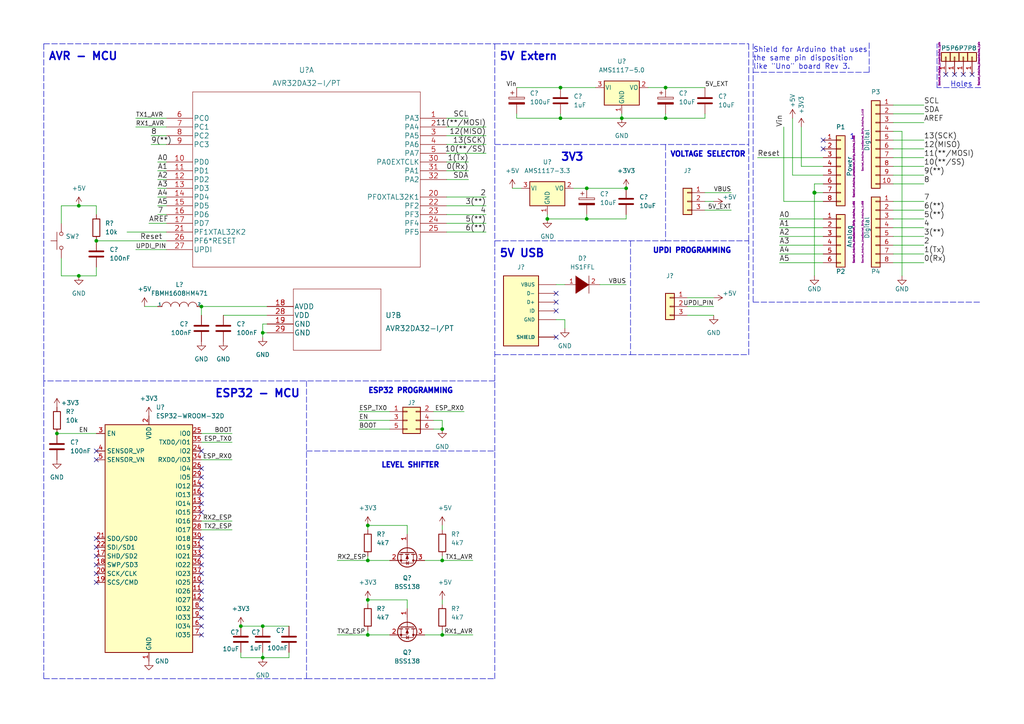
<source format=kicad_sch>
(kicad_sch (version 20211123) (generator eeschema)
  (paper "A4")
  (title_block (date "lun. 30 mars 2015"))
  (lib_symbols
    (symbol "AVR32DA32:AVR32DA32-I{slash}PT" (pin_names (offset 0.254))
      (property "Reference" "U" (at 40.64 12.7 0))
      (property "Value" "AVR32DA32-I{slash}PT" (at 40.64 10.16 0))
      (symbol "AVR32DA32-I{slash}PT_1_1"
        (pin bidirectional line (at 81.28 0 180) (length 7.62) (name "PA3") (number "1"))
        (pin bidirectional line (at 0 -12.7 0) (length 7.62) (name "PD0") (number "10"))
        (pin bidirectional line (at 0 -15.24 0) (length 7.62) (name "PD1") (number "11"))
        (pin bidirectional line (at 0 -17.78 0) (length 7.62) (name "PD2") (number "12"))
        (pin bidirectional line (at 0 -20.32 0) (length 7.62) (name "PD3") (number "13"))
        (pin bidirectional line (at 0 -22.86 0) (length 7.62) (name "PD4") (number "14"))
        (pin bidirectional line (at 0 -25.4 0) (length 7.62) (name "PD5") (number "15"))
        (pin bidirectional line (at 0 -27.94 0) (length 7.62) (name "PD6") (number "16"))
        (pin bidirectional line (at 0 -30.48 0) (length 7.62) (name "PD7") (number "17"))
        (pin bidirectional line (at 81.28 -2.54 180) (length 7.62) (name "PA4") (number "2"))
        (pin bidirectional line (at 81.28 -22.86 180) (length 7.62) (name "PF0XTAL32K1") (number "20"))
        (pin bidirectional line (at 0 -33.02 0) (length 7.62) (name "PF1XTAL32K2") (number "21"))
        (pin bidirectional line (at 81.28 -25.4 180) (length 7.62) (name "PF2") (number "22"))
        (pin bidirectional line (at 81.28 -27.94 180) (length 7.62) (name "PF3") (number "23"))
        (pin bidirectional line (at 81.28 -30.48 180) (length 7.62) (name "PF4") (number "24"))
        (pin bidirectional line (at 81.28 -33.02 180) (length 7.62) (name "PF5") (number "25"))
        (pin bidirectional line (at 0 -35.56 0) (length 7.62) (name "PF6*RESET") (number "26"))
        (pin unspecified line (at 0 -38.1 0) (length 7.62) (name "UPDI") (number "27"))
        (pin bidirectional line (at 81.28 -5.08 180) (length 7.62) (name "PA5") (number "3"))
        (pin bidirectional line (at 81.28 -12.7 180) (length 7.62) (name "PA0EXTCLK") (number "30"))
        (pin bidirectional line (at 81.28 -15.24 180) (length 7.62) (name "PA1") (number "31"))
        (pin bidirectional line (at 81.28 -17.78 180) (length 7.62) (name "PA2") (number "32"))
        (pin bidirectional line (at 81.28 -7.62 180) (length 7.62) (name "PA6") (number "4"))
        (pin bidirectional line (at 81.28 -10.16 180) (length 7.62) (name "PA7") (number "5"))
        (pin bidirectional line (at 0 0 0) (length 7.62) (name "PC0") (number "6"))
        (pin bidirectional line (at 0 -2.54 0) (length 7.62) (name "PC1") (number "7"))
        (pin bidirectional line (at 0 -5.08 0) (length 7.62) (name "PC2") (number "8"))
        (pin bidirectional line (at 0 -7.62 0) (length 7.62) (name "PC3") (number "9"))
      )
      (symbol "AVR32DA32-I{slash}PT_2_1"
        (pin power_in line (at 0 0 0) (length 7.62) (name "AVDD") (number "18"))
        (pin power_in line (at 0 -5.08 0) (length 7.62) (name "GND") (number "19"))
        (pin power_in line (at 0 -2.54 0) (length 7.62) (name "VDD") (number "28"))
        (pin power_in line (at 0 -7.62 0) (length 7.62) (name "GND") (number "29"))
      )
    )
    (symbol "Connector_Generic:Conn_01x01" (pin_names (offset 1.016) hide)
      (property "Reference" "J" (at 0 2.54 0))
      (property "Value" "Conn_01x01" (at 0 -2.54 0))
      (symbol "Conn_01x01_1_1"
        (pin passive line (at -5.08 0 0) (length 3.81) (name "Pin_1") (number "1"))
      )
    )
    (symbol "Connector_Generic:Conn_01x03" (pin_names (offset 1.016) hide)
      (property "Reference" "J" (at 0 5.08 0))
      (property "Value" "Conn_01x03" (at 0 -5.08 0))
      (symbol "Conn_01x03_1_1"
        (pin passive line (at -5.08 2.54 0) (length 3.81) (name "Pin_1") (number "1"))
        (pin passive line (at -5.08 0 0) (length 3.81) (name "Pin_2") (number "2"))
        (pin passive line (at -5.08 -2.54 0) (length 3.81) (name "Pin_3") (number "3"))
      )
    )
    (symbol "Connector_Generic:Conn_01x06" (pin_names (offset 1.016) hide)
      (property "Reference" "J" (at 0 7.62 0))
      (property "Value" "Conn_01x06" (at 0 -10.16 0))
      (symbol "Conn_01x06_1_1"
        (pin passive line (at -5.08 5.08 0) (length 3.81) (name "Pin_1") (number "1"))
        (pin passive line (at -5.08 2.54 0) (length 3.81) (name "Pin_2") (number "2"))
        (pin passive line (at -5.08 0 0) (length 3.81) (name "Pin_3") (number "3"))
        (pin passive line (at -5.08 -2.54 0) (length 3.81) (name "Pin_4") (number "4"))
        (pin passive line (at -5.08 -5.08 0) (length 3.81) (name "Pin_5") (number "5"))
        (pin passive line (at -5.08 -7.62 0) (length 3.81) (name "Pin_6") (number "6"))
      )
    )
    (symbol "Connector_Generic:Conn_01x08" (pin_names (offset 1.016) hide)
      (property "Reference" "J" (at 0 10.16 0))
      (property "Value" "Conn_01x08" (at 0 -12.7 0))
      (symbol "Conn_01x08_1_1"
        (pin passive line (at -5.08 7.62 0) (length 3.81) (name "Pin_1") (number "1"))
        (pin passive line (at -5.08 5.08 0) (length 3.81) (name "Pin_2") (number "2"))
        (pin passive line (at -5.08 2.54 0) (length 3.81) (name "Pin_3") (number "3"))
        (pin passive line (at -5.08 0 0) (length 3.81) (name "Pin_4") (number "4"))
        (pin passive line (at -5.08 -2.54 0) (length 3.81) (name "Pin_5") (number "5"))
        (pin passive line (at -5.08 -5.08 0) (length 3.81) (name "Pin_6") (number "6"))
        (pin passive line (at -5.08 -7.62 0) (length 3.81) (name "Pin_7") (number "7"))
        (pin passive line (at -5.08 -10.16 0) (length 3.81) (name "Pin_8") (number "8"))
      )
    )
    (symbol "Connector_Generic:Conn_01x10" (pin_names (offset 1.016) hide)
      (property "Reference" "J" (at 0 12.7 0))
      (property "Value" "Conn_01x10" (at 0 -15.24 0))
      (symbol "Conn_01x10_1_1"
        (pin passive line (at -5.08 10.16 0) (length 3.81) (name "Pin_1") (number "1"))
        (pin passive line (at -5.08 -12.7 0) (length 3.81) (name "Pin_10") (number "10"))
        (pin passive line (at -5.08 7.62 0) (length 3.81) (name "Pin_2") (number "2"))
        (pin passive line (at -5.08 5.08 0) (length 3.81) (name "Pin_3") (number "3"))
        (pin passive line (at -5.08 2.54 0) (length 3.81) (name "Pin_4") (number "4"))
        (pin passive line (at -5.08 0 0) (length 3.81) (name "Pin_5") (number "5"))
        (pin passive line (at -5.08 -2.54 0) (length 3.81) (name "Pin_6") (number "6"))
        (pin passive line (at -5.08 -5.08 0) (length 3.81) (name "Pin_7") (number "7"))
        (pin passive line (at -5.08 -7.62 0) (length 3.81) (name "Pin_8") (number "8"))
        (pin passive line (at -5.08 -10.16 0) (length 3.81) (name "Pin_9") (number "9"))
      )
    )
    (symbol "Connector_Generic:Conn_02x03_Odd_Even" (pin_names (offset 1.016) hide)
      (property "Reference" "J" (at 1.27 5.08 0))
      (property "Value" "Conn_02x03_Odd_Even" (at 1.27 -5.08 0))
      (symbol "Conn_02x03_Odd_Even_1_1"
        (pin passive line (at -5.08 2.54 0) (length 3.81) (name "Pin_1") (number "1"))
        (pin passive line (at 7.62 2.54 180) (length 3.81) (name "Pin_2") (number "2"))
        (pin passive line (at -5.08 0 0) (length 3.81) (name "Pin_3") (number "3"))
        (pin passive line (at 7.62 0 180) (length 3.81) (name "Pin_4") (number "4"))
        (pin passive line (at -5.08 -2.54 0) (length 3.81) (name "Pin_5") (number "5"))
        (pin passive line (at 7.62 -2.54 180) (length 3.81) (name "Pin_6") (number "6"))
      )
    )
    (symbol "Device:C" (pin_numbers hide) (pin_names (offset 0.254))
      (property "Reference" "C" (at 0.635 2.54 0))
      (property "Value" "C" (at 0.635 -2.54 0))
      (symbol "C_1_1"
        (pin passive line (at 0 3.81 270) (length 2.794) (name "~") (number "1"))
        (pin passive line (at 0 -3.81 90) (length 2.794) (name "~") (number "2"))
      )
    )
    (symbol "Device:C_Polarized" (pin_numbers hide) (pin_names (offset 0.254))
      (property "Reference" "C" (at 0.635 2.54 0))
      (property "Value" "C_Polarized" (at 0.635 -2.54 0))
      (symbol "C_Polarized_1_1"
        (pin passive line (at 0 3.81 270) (length 2.794) (name "~") (number "1"))
        (pin passive line (at 0 -3.81 90) (length 2.794) (name "~") (number "2"))
      )
    )
    (symbol "Device:R" (pin_numbers hide) (pin_names (offset 0))
      (property "Reference" "R" (at 2.032 0 90))
      (property "Value" "R" (at 0 0 90))
      (symbol "R_1_1"
        (pin passive line (at 0 3.81 270) (length 1.27) (name "~") (number "1"))
        (pin passive line (at 0 -3.81 90) (length 1.27) (name "~") (number "2"))
      )
    )
    (symbol "MicroUSB:USB3090-XX-X_REVE" (pin_numbers hide) (pin_names (offset 1.016))
      (property "Reference" "J" (at -5.08 10.6934 0))
      (property "Value" "USB3090-XX-X_REVE" (at -5.08 -12.7 0))
      (symbol "USB3090-XX-X_REVE_0_0"
        (pin power_in line (at -10.16 7.62 0) (length 5.08) (name "VBUS") (number "1"))
        (pin bidirectional line (at -10.16 5.08 0) (length 5.08) (name "D-") (number "2"))
        (pin bidirectional line (at -10.16 2.54 0) (length 5.08) (name "D+") (number "3"))
        (pin bidirectional line (at -10.16 0 0) (length 5.08) (name "ID") (number "4"))
        (pin power_in line (at -10.16 -2.54 0) (length 5.08) (name "GND") (number "5"))
        (pin power_in line (at -10.16 -7.62 0) (length 5.08) (name "SHIELD") (number "6"))
        (pin power_in line (at -10.16 -7.62 0) (length 5.08) (name "SHIELD") (number "7"))
        (pin power_in line (at -10.16 -7.62 0) (length 5.08) (name "SHIELD") (number "8"))
        (pin power_in line (at -10.16 -7.62 0) (length 5.08) (name "SHIELD") (number "9"))
      )
    )
    (symbol "RF_Module:ESP32-WROOM-32D"
      (property "Reference" "U" (at -12.7 34.29 0))
      (property "Value" "ESP32-WROOM-32D" (at 1.27 34.29 0))
      (symbol "ESP32-WROOM-32D_1_1"
        (pin power_in line (at 0 -35.56 90) (length 2.54) (name "GND") (number "1"))
        (pin bidirectional line (at 15.24 -12.7 180) (length 2.54) (name "IO25") (number "10"))
        (pin bidirectional line (at 15.24 -15.24 180) (length 2.54) (name "IO26") (number "11"))
        (pin bidirectional line (at 15.24 -17.78 180) (length 2.54) (name "IO27") (number "12"))
        (pin bidirectional line (at 15.24 10.16 180) (length 2.54) (name "IO14") (number "13"))
        (pin bidirectional line (at 15.24 15.24 180) (length 2.54) (name "IO12") (number "14"))
        (pin passive line (at 0 -35.56 90) (length 2.54) hide (name "GND") (number "15"))
        (pin bidirectional line (at 15.24 12.7 180) (length 2.54) (name "IO13") (number "16"))
        (pin bidirectional line (at -15.24 -5.08 0) (length 2.54) (name "SHD/SD2") (number "17"))
        (pin bidirectional line (at -15.24 -7.62 0) (length 2.54) (name "SWP/SD3") (number "18"))
        (pin bidirectional line (at -15.24 -12.7 0) (length 2.54) (name "SCS/CMD") (number "19"))
        (pin power_in line (at 0 35.56 270) (length 2.54) (name "VDD") (number "2"))
        (pin bidirectional line (at -15.24 -10.16 0) (length 2.54) (name "SCK/CLK") (number "20"))
        (pin bidirectional line (at -15.24 0 0) (length 2.54) (name "SDO/SD0") (number "21"))
        (pin bidirectional line (at -15.24 -2.54 0) (length 2.54) (name "SDI/SD1") (number "22"))
        (pin bidirectional line (at 15.24 7.62 180) (length 2.54) (name "IO15") (number "23"))
        (pin bidirectional line (at 15.24 25.4 180) (length 2.54) (name "IO2") (number "24"))
        (pin bidirectional line (at 15.24 30.48 180) (length 2.54) (name "IO0") (number "25"))
        (pin bidirectional line (at 15.24 20.32 180) (length 2.54) (name "IO4") (number "26"))
        (pin bidirectional line (at 15.24 5.08 180) (length 2.54) (name "IO16") (number "27"))
        (pin bidirectional line (at 15.24 2.54 180) (length 2.54) (name "IO17") (number "28"))
        (pin bidirectional line (at 15.24 17.78 180) (length 2.54) (name "IO5") (number "29"))
        (pin input line (at -15.24 30.48 0) (length 2.54) (name "EN") (number "3"))
        (pin bidirectional line (at 15.24 0 180) (length 2.54) (name "IO18") (number "30"))
        (pin bidirectional line (at 15.24 -2.54 180) (length 2.54) (name "IO19") (number "31"))
        (pin no_connect line (at -12.7 -27.94 0) (length 2.54) hide (name "NC") (number "32"))
        (pin bidirectional line (at 15.24 -5.08 180) (length 2.54) (name "IO21") (number "33"))
        (pin bidirectional line (at 15.24 22.86 180) (length 2.54) (name "RXD0/IO3") (number "34"))
        (pin bidirectional line (at 15.24 27.94 180) (length 2.54) (name "TXD0/IO1") (number "35"))
        (pin bidirectional line (at 15.24 -7.62 180) (length 2.54) (name "IO22") (number "36"))
        (pin bidirectional line (at 15.24 -10.16 180) (length 2.54) (name "IO23") (number "37"))
        (pin passive line (at 0 -35.56 90) (length 2.54) hide (name "GND") (number "38"))
        (pin passive line (at 0 -35.56 90) (length 2.54) hide (name "GND") (number "39"))
        (pin input line (at -15.24 25.4 0) (length 2.54) (name "SENSOR_VP") (number "4"))
        (pin input line (at -15.24 22.86 0) (length 2.54) (name "SENSOR_VN") (number "5"))
        (pin input line (at 15.24 -25.4 180) (length 2.54) (name "IO34") (number "6"))
        (pin input line (at 15.24 -27.94 180) (length 2.54) (name "IO35") (number "7"))
        (pin bidirectional line (at 15.24 -20.32 180) (length 2.54) (name "IO32") (number "8"))
        (pin bidirectional line (at 15.24 -22.86 180) (length 2.54) (name "IO33") (number "9"))
      )
    )
    (symbol "Regulator_Linear:AMS1117-3.3" (pin_names (offset 0.254))
      (property "Reference" "U" (at -3.81 3.175 0))
      (property "Value" "AMS1117-3.3" (at 0 3.175 0))
      (symbol "AMS1117-3.3_1_1"
        (pin power_in line (at 0 -7.62 90) (length 2.54) (name "GND") (number "1"))
        (pin power_out line (at 7.62 0 180) (length 2.54) (name "VO") (number "2"))
        (pin power_in line (at -7.62 0 0) (length 2.54) (name "VI") (number "3"))
      )
    )
    (symbol "Regulator_Linear:AMS1117-5.0" (pin_names (offset 0.254))
      (property "Reference" "U" (at -3.81 3.175 0))
      (property "Value" "AMS1117-5.0" (at 0 3.175 0))
      (symbol "AMS1117-5.0_1_1"
        (pin power_in line (at 0 -7.62 90) (length 2.54) (name "GND") (number "1"))
        (pin power_out line (at 7.62 0 180) (length 2.54) (name "VO") (number "2"))
        (pin power_in line (at -7.62 0 0) (length 2.54) (name "VI") (number "3"))
      )
    )
    (symbol "Switch:SW_Push" (pin_numbers hide) (pin_names (offset 1.016) hide)
      (property "Reference" "SW" (at 1.27 2.54 0))
      (property "Value" "SW_Push" (at 0 -1.524 0))
      (symbol "SW_Push_0_1"
        (pin passive line (at -5.08 0 0) (length 2.54) (name "1") (number "1"))
        (pin passive line (at 5.08 0 180) (length 2.54) (name "2") (number "2"))
      )
    )
    (symbol "Transistor_FET:BSS138" (pin_names hide)
      (property "Reference" "Q" (at 5.08 1.905 0))
      (property "Value" "BSS138" (at 5.08 0 0))
      (symbol "BSS138_1_1"
        (pin input line (at -5.08 0 0) (length 2.54) (name "G") (number "1"))
        (pin passive line (at 2.54 -5.08 90) (length 2.54) (name "S") (number "2"))
        (pin passive line (at 2.54 5.08 270) (length 2.54) (name "D") (number "3"))
      )
    )
    (symbol "power:+3.3V" (power) (pin_names (offset 0))
      (property "Value" "+3.3V" (at 0 3.556 0))
      (symbol "+3.3V_1_1"
        (pin power_in line (at 0 0 90) (length 0) hide (name "+3V3") (number "1"))
      )
    )
    (symbol "power:+3V3" (power) (pin_names (offset 0))
      (property "Value" "+3V3" (at 0 3.556 0))
      (symbol "+3V3_1_1"
        (pin power_in line (at 0 0 90) (length 0) hide (name "+3V3") (number "1"))
      )
    )
    (symbol "power:+5V" (power) (pin_names (offset 0))
      (property "Value" "+5V" (at 0 3.556 0))
      (symbol "+5V_1_1"
        (pin power_in line (at 0 0 90) (length 0) hide (name "+5V") (number "1"))
      )
    )
    (symbol "power:GND" (power) (pin_names (offset 0))
      (property "Value" "GND" (at 0 -3.81 0))
      (symbol "GND_1_1"
        (pin power_in line (at 0 0 270) (length 0) hide (name "GND") (number "1"))
      )
    )
    (symbol "pspice:DIODE" (pin_names (offset 1.016) hide)
      (property "Reference" "D" (at 0 3.81 0))
      (property "Value" "DIODE" (at 0 -4.445 0))
      (symbol "DIODE_1_1"
        (pin input line (at -5.08 0 0) (length 3.81) (name "K") (number "1"))
        (pin input line (at 5.08 0 180) (length 3.81) (name "A") (number "2"))
      )
    )
    (symbol "pspice:INDUCTOR" (pin_numbers hide) (pin_names (offset 0))
      (property "Reference" "L" (at 0 2.54 0))
      (property "Value" "INDUCTOR" (at 0 -1.27 0))
      (symbol "INDUCTOR_1_1"
        (pin input line (at -6.35 0 0) (length 1.27) (name "1") (number "1"))
        (pin input line (at 6.35 0 180) (length 1.27) (name "2") (number "2"))
      )
    )
  )
  (junction (at 181.61 54.61))
  (junction (at 170.18 54.61))
  (junction (at 162.56 34.29))
  (junction (at 106.68 184.15))
  (junction (at 128.27 184.15))
  (junction (at 180.34 34.29))
  (junction (at 76.2 181.61))
  (junction (at 128.27 162.56))
  (junction (at 162.56 25.4))
  (junction (at 69.85 181.61))
  (junction (at 106.68 162.56))
  (junction (at 193.04 25.4))
  (junction (at 193.04 34.29))
  (junction (at 106.68 173.99))
  (junction (at 76.2 190.754))
  (junction (at 22.86 80.01))
  (junction (at 158.75 63.5))
  (junction (at 27.94 69.85))
  (junction (at 106.68 152.4))
  (junction (at 236.22 55.88) (diameter 1.016))
  (junction (at 128.27 124.46))
  (junction (at 58.42 88.9))
  (junction (at 170.18 63.5))
  (junction (at 76.2 96.52))
  (junction (at 22.86 59.69))
  (junction (at 16.51 125.73))
  (no_connect (at 161.29 85.09))
  (no_connect (at 161.29 90.17))
  (no_connect (at 58.42 173.99))
  (no_connect (at 58.42 140.97))
  (no_connect (at 279.4 21.59))
  (no_connect (at 274.32 21.59))
  (no_connect (at 58.42 130.81))
  (no_connect (at 58.42 158.75))
  (no_connect (at 161.29 87.63))
  (no_connect (at 58.42 179.07))
  (no_connect (at 27.94 166.37))
  (no_connect (at 58.42 156.21))
  (no_connect (at 58.42 135.89))
  (no_connect (at 58.42 176.53))
  (no_connect (at 276.86 21.59))
  (no_connect (at 27.94 158.75))
  (no_connect (at 281.94 21.59))
  (no_connect (at 27.94 156.21))
  (no_connect (at 238.76 40.64))
  (no_connect (at 27.94 133.35))
  (no_connect (at 161.29 97.79))
  (no_connect (at 58.42 138.43))
  (no_connect (at 238.76 43.18))
  (no_connect (at 58.42 148.59))
  (no_connect (at 58.42 166.37))
  (no_connect (at 58.42 184.15))
  (no_connect (at 58.42 161.29))
  (no_connect (at 27.94 161.29))
  (no_connect (at 27.94 168.91))
  (no_connect (at 27.94 163.83))
  (no_connect (at 58.42 181.61))
  (no_connect (at 58.42 171.45))
  (no_connect (at 58.42 146.05))
  (no_connect (at 58.42 168.91))
  (no_connect (at 58.42 143.51))
  (no_connect (at 27.94 130.81))
  (no_connect (at 58.42 163.83))
  (wire (pts (xy 128.27 184.15) (xy 137.16 184.15)))
  (wire (pts (xy 129.54 59.69) (xy 140.97 59.69)))
  (polyline (pts (xy 143.51 130.81) (xy 143.51 110.49)))
  (wire (pts (xy 148.59 54.61) (xy 151.13 54.61)))
  (polyline (pts (xy 88.9 130.81) (xy 143.51 130.81)))
  (wire (pts (xy 238.76 48.26) (xy 232.41 48.26)))
  (wire (pts (xy 43.815 41.91) (xy 48.26 41.91)))
  (wire (pts (xy 238.76 71.12) (xy 226.06 71.12)))
  (wire (pts (xy 45.72 62.23) (xy 48.26 62.23)))
  (polyline (pts (xy 12.7 12.7) (xy 12.7 110.49)))
  (wire (pts (xy 129.54 46.99) (xy 135.89 46.99)))
  (polyline (pts (xy 193.04 69.85) (xy 217.17 69.85)))
  (wire (pts (xy 158.75 62.23) (xy 158.75 63.5)))
  (polyline (pts (xy 252.095 20.955) (xy 252.095 12.065)) (stroke (width 0) (type dash)))
  (wire (pts (xy 193.04 34.29) (xy 193.04 33.02)))
  (wire (pts (xy 76.2 190.754) (xy 83.82 190.754)))
  (wire (pts (xy 259.08 63.5) (xy 267.97 63.5)))
  (wire (pts (xy 129.54 36.83) (xy 140.97 36.83)))
  (polyline (pts (xy 193.04 41.91) (xy 193.04 69.85)))
  (polyline (pts (xy 217.17 12.7) (xy 217.17 41.91)))
  (wire (pts (xy 97.79 162.56) (xy 106.68 162.56)))
  (wire (pts (xy 106.68 184.15) (xy 106.68 182.88)))
  (wire (pts (xy 22.86 59.69) (xy 27.94 59.69)))
  (wire (pts (xy 64.77 91.44) (xy 77.47 91.44)))
  (wire (pts (xy 166.37 54.61) (xy 170.18 54.61)))
  (wire (pts (xy 17.78 80.01) (xy 22.86 80.01)))
  (wire (pts (xy 149.86 33.02) (xy 149.86 34.29)))
  (wire (pts (xy 43.18 64.77) (xy 48.26 64.77)))
  (wire (pts (xy 58.42 88.9) (xy 58.42 91.44)))
  (wire (pts (xy 27.94 80.01) (xy 27.94 77.47)))
  (wire (pts (xy 128.27 173.99) (xy 128.27 175.26)))
  (wire (pts (xy 236.22 53.34) (xy 236.22 55.88)))
  (wire (pts (xy 180.34 34.29) (xy 180.34 33.02)))
  (wire (pts (xy 128.27 184.15) (xy 128.27 182.88)))
  (wire (pts (xy 193.04 34.29) (xy 204.47 34.29)))
  (polyline (pts (xy 182.88 102.87) (xy 217.17 102.87)))
  (wire (pts (xy 259.08 43.18) (xy 267.97 43.18)))
  (wire (pts (xy 261.62 38.1) (xy 261.62 80.01)))
  (wire (pts (xy 238.76 53.34) (xy 236.22 53.34)))
  (wire (pts (xy 83.82 190.754) (xy 83.82 189.23)))
  (wire (pts (xy 45.72 46.99) (xy 48.26 46.99)))
  (wire (pts (xy 129.54 52.07) (xy 135.89 52.07)))
  (wire (pts (xy 129.54 44.45) (xy 140.97 44.45)))
  (polyline (pts (xy 12.7 110.49) (xy 12.7 196.85)))
  (wire (pts (xy 106.68 152.4) (xy 118.11 152.4)))
  (wire (pts (xy 259.08 53.34) (xy 267.97 53.34)))
  (wire (pts (xy 48.26 34.29) (xy 39.37 34.29)))
  (wire (pts (xy 238.76 50.8) (xy 229.87 50.8)))
  (wire (pts (xy 69.85 190.754) (xy 76.2 190.754)))
  (wire (pts (xy 58.42 133.35) (xy 67.31 133.35)))
  (wire (pts (xy 45.72 49.53) (xy 48.26 49.53)))
  (wire (pts (xy 259.08 40.64) (xy 267.97 40.64)))
  (wire (pts (xy 162.56 34.29) (xy 180.34 34.29)))
  (wire (pts (xy 17.78 74.93) (xy 17.78 80.01)))
  (polyline (pts (xy 143.51 102.87) (xy 182.88 102.87)))
  (wire (pts (xy 162.56 34.29) (xy 162.56 33.02)))
  (wire (pts (xy 17.78 59.69) (xy 22.86 59.69)))
  (wire (pts (xy 259.08 58.42) (xy 267.97 58.42)))
  (wire (pts (xy 238.76 66.04) (xy 226.06 66.04)))
  (polyline (pts (xy 12.7 196.85) (xy 88.9 196.85)))
  (wire (pts (xy 204.47 58.42) (xy 207.01 58.42)))
  (wire (pts (xy 259.08 30.48) (xy 267.97 30.48)))
  (wire (pts (xy 106.68 162.56) (xy 113.03 162.56)))
  (wire (pts (xy 118.11 173.99) (xy 118.11 176.53)))
  (polyline (pts (xy 217.17 102.87) (xy 217.17 69.85)))
  (wire (pts (xy 128.27 162.56) (xy 128.27 161.29)))
  (wire (pts (xy 259.08 71.12) (xy 267.97 71.12)))
  (wire (pts (xy 161.29 92.71) (xy 163.83 92.71)))
  (wire (pts (xy 48.26 36.83) (xy 39.37 36.83)))
  (wire (pts (xy 76.2 93.98) (xy 76.2 96.52)))
  (wire (pts (xy 238.76 58.42) (xy 227.33 58.42)))
  (wire (pts (xy 163.83 92.71) (xy 163.83 95.25)))
  (wire (pts (xy 17.78 64.77) (xy 17.78 59.69)))
  (wire (pts (xy 204.47 34.29) (xy 204.47 33.02)))
  (wire (pts (xy 187.96 25.4) (xy 193.04 25.4)))
  (wire (pts (xy 106.68 162.56) (xy 106.68 161.29)))
  (wire (pts (xy 76.2 96.52) (xy 77.47 96.52)))
  (wire (pts (xy 193.04 25.4) (xy 204.47 25.4)))
  (wire (pts (xy 129.54 41.91) (xy 140.97 41.91)))
  (wire (pts (xy 16.51 125.73) (xy 27.94 125.73)))
  (wire (pts (xy 173.99 82.55) (xy 181.61 82.55)))
  (wire (pts (xy 69.85 181.61) (xy 76.2 181.61)))
  (wire (pts (xy 238.76 63.5) (xy 226.06 63.5)))
  (wire (pts (xy 43.815 39.37) (xy 48.26 39.37)))
  (wire (pts (xy 58.42 153.67) (xy 67.31 153.67)))
  (wire (pts (xy 199.39 88.9) (xy 207.01 88.9)))
  (wire (pts (xy 125.73 121.92) (xy 128.27 121.92)))
  (wire (pts (xy 129.54 39.37) (xy 140.97 39.37)))
  (polyline (pts (xy 88.9 196.85) (xy 143.51 196.85)))
  (wire (pts (xy 76.2 96.52) (xy 76.2 97.79)))
  (wire (pts (xy 77.47 93.98) (xy 76.2 93.98)))
  (wire (pts (xy 259.08 45.72) (xy 267.97 45.72)))
  (wire (pts (xy 238.76 73.66) (xy 226.06 73.66)))
  (wire (pts (xy 128.27 162.56) (xy 137.16 162.56)))
  (wire (pts (xy 199.39 91.44) (xy 207.01 91.44)))
  (polyline (pts (xy 284.48 25.4) (xy 271.78 25.4)) (stroke (width 0) (type dash)))
  (wire (pts (xy 149.86 25.4) (xy 162.56 25.4)))
  (wire (pts (xy 238.76 45.72) (xy 219.71 45.72)))
  (wire (pts (xy 259.08 38.1) (xy 261.62 38.1)))
  (polyline (pts (xy 143.51 196.85) (xy 143.51 130.81)))
  (wire (pts (xy 238.76 55.88) (xy 236.22 55.88)))
  (wire (pts (xy 22.86 80.01) (xy 27.94 80.01)))
  (wire (pts (xy 128.27 121.92) (xy 128.27 124.46)))
  (wire (pts (xy 259.08 50.8) (xy 267.97 50.8)))
  (wire (pts (xy 129.54 64.77) (xy 140.97 64.77)))
  (polyline (pts (xy 182.88 69.85) (xy 182.88 102.87)))
  (wire (pts (xy 180.34 34.29) (xy 193.04 34.29)))
  (wire (pts (xy 118.11 152.4) (xy 118.11 154.94)))
  (wire (pts (xy 161.29 82.55) (xy 163.83 82.55)))
  (wire (pts (xy 236.22 55.88) (xy 236.22 80.01)))
  (wire (pts (xy 128.27 152.4) (xy 128.27 153.67)))
  (wire (pts (xy 129.54 67.31) (xy 140.97 67.31)))
  (wire (pts (xy 227.33 58.42) (xy 227.33 36.83)))
  (wire (pts (xy 104.14 121.92) (xy 113.03 121.92)))
  (wire (pts (xy 129.54 62.23) (xy 140.97 62.23)))
  (wire (pts (xy 123.19 162.56) (xy 128.27 162.56)))
  (polyline (pts (xy 218.44 87.63) (xy 284.48 87.63)) (stroke (width 0) (type dash)))
  (wire (pts (xy 104.14 119.38) (xy 113.03 119.38)))
  (wire (pts (xy 259.08 68.58) (xy 267.97 68.58)))
  (wire (pts (xy 27.94 69.85) (xy 48.26 69.85)))
  (wire (pts (xy 45.72 57.15) (xy 48.26 57.15)))
  (wire (pts (xy 238.76 76.2) (xy 226.06 76.2)))
  (polyline (pts (xy 12.7 12.7) (xy 143.51 12.7)))
  (wire (pts (xy 162.56 25.4) (xy 172.72 25.4)))
  (wire (pts (xy 69.85 189.23) (xy 69.85 190.754)))
  (polyline (pts (xy 143.51 69.85) (xy 193.04 69.85)))
  (wire (pts (xy 129.54 49.53) (xy 135.89 49.53)))
  (wire (pts (xy 106.68 153.67) (xy 106.68 152.4)))
  (wire (pts (xy 259.08 73.66) (xy 267.97 73.66)))
  (wire (pts (xy 27.94 59.69) (xy 27.94 62.23)))
  (wire (pts (xy 149.86 34.29) (xy 162.56 34.29)))
  (wire (pts (xy 106.68 173.99) (xy 118.11 173.99)))
  (polyline (pts (xy 271.78 25.4) (xy 271.78 12.7)) (stroke (width 0) (type dash)))
  (wire (pts (xy 36.83 67.31) (xy 48.26 67.31)))
  (wire (pts (xy 259.08 60.96) (xy 267.97 60.96)))
  (wire (pts (xy 41.91 88.9) (xy 45.72 88.9)))
  (wire (pts (xy 76.2 190.754) (xy 76.2 189.23)))
  (wire (pts (xy 58.42 128.27) (xy 67.31 128.27)))
  (wire (pts (xy 199.39 86.36) (xy 207.01 86.36)))
  (wire (pts (xy 170.18 54.61) (xy 181.61 54.61)))
  (wire (pts (xy 123.19 184.15) (xy 128.27 184.15)))
  (wire (pts (xy 229.87 50.8) (xy 229.87 34.29)))
  (wire (pts (xy 106.68 175.26) (xy 106.68 173.99)))
  (wire (pts (xy 128.27 124.46) (xy 125.73 124.46)))
  (wire (pts (xy 39.37 72.39) (xy 48.26 72.39)))
  (wire (pts (xy 125.73 119.38) (xy 134.62 119.38)))
  (wire (pts (xy 45.72 59.69) (xy 48.26 59.69)))
  (polyline (pts (xy 143.51 41.91) (xy 217.17 41.91)))
  (wire (pts (xy 259.08 33.02) (xy 267.97 33.02)))
  (wire (pts (xy 45.72 52.07) (xy 48.26 52.07)))
  (wire (pts (xy 259.08 66.04) (xy 267.97 66.04)))
  (wire (pts (xy 259.08 35.56) (xy 267.97 35.56)))
  (wire (pts (xy 129.54 34.29) (xy 135.89 34.29)))
  (wire (pts (xy 204.47 60.96) (xy 212.09 60.96)))
  (wire (pts (xy 104.14 124.46) (xy 113.03 124.46)))
  (polyline (pts (xy 218.44 12.7) (xy 218.44 87.63)) (stroke (width 0) (type dash)))
  (wire (pts (xy 45.72 54.61) (xy 48.26 54.61)))
  (wire (pts (xy 181.61 63.5) (xy 181.61 62.23)))
  (wire (pts (xy 232.41 48.26) (xy 232.41 36.83)))
  (wire (pts (xy 76.2 181.61) (xy 83.82 181.61)))
  (wire (pts (xy 129.54 57.15) (xy 140.97 57.15)))
  (wire (pts (xy 170.18 63.5) (xy 170.18 62.23)))
  (wire (pts (xy 259.08 76.2) (xy 267.97 76.2)))
  (wire (pts (xy 259.08 48.26) (xy 267.97 48.26)))
  (wire (pts (xy 97.79 184.15) (xy 106.68 184.15)))
  (wire (pts (xy 106.68 184.15) (xy 113.03 184.15)))
  (wire (pts (xy 58.42 151.13) (xy 67.31 151.13)))
  (wire (pts (xy 77.47 88.9) (xy 58.42 88.9)))
  (polyline (pts (xy 143.51 110.49) (xy 12.7 110.49)))
  (wire (pts (xy 58.42 125.73) (xy 67.31 125.73)))
  (wire (pts (xy 170.18 63.5) (xy 181.61 63.5)))
  (polyline (pts (xy 88.9 110.49) (xy 88.9 196.85)))
  (polyline (pts (xy 143.51 12.7) (xy 217.17 12.7)))
  (wire (pts (xy 158.75 63.5) (xy 170.18 63.5)))
  (wire (pts (xy 238.76 68.58) (xy 226.06 68.58)))
  (polyline (pts (xy 143.51 12.7) (xy 143.51 110.49)))
  (polyline (pts (xy 217.17 69.85) (xy 217.17 41.91)))
  (polyline (pts (xy 218.44 20.955) (xy 252.095 20.955)) (stroke (width 0) (type dash)))
  (wire (pts (xy 204.47 55.88) (xy 212.09 55.88)))
  (text "AVR - MCU" (at 13.97 17.78 0) (effects (font (size 2.27 2.27) (thickness 0.454) bold) (justify left bottom)))
  (text "ESP32 PROGRAMMING" (at 106.68 114.3 0) (effects (font (size 1.5 1.5) (thickness 0.454) bold) (justify left bottom)))
  (text "3V3" (at 162.56 46.99 0) (effects (font (size 2.27 2.27) (thickness 0.454) bold) (justify left bottom)))
  (text "UPDI PROGRAMMING" (at 189.23 73.66 0) (effects (font (size 1.5 1.5) (thickness 0.454) bold) (justify left bottom)))
  (text "5V Extern" (at 144.78 17.78 0) (effects (font (size 2.27 2.27) (thickness 0.454) bold) (justify left bottom)))
  (text "LEVEL SHIFTER" (at 110.49 135.89 0) (effects (font (size 1.5 1.5) (thickness 0.454) bold) (justify left bottom)))
  (text "ESP32 - MCU" (at 62.23 115.57 0) (effects (font (size 2.27 2.27) (thickness 0.454) bold) (justify left bottom)))
  (text "Holes" (at 275.59 25.4 0) (effects (font (size 1.524 1.524)) (justify left bottom)))
  (text "Shield for Arduino that uses\nthe same pin disposition\nlike \"Uno\" board Rev 3." (at 218.44 20.32 0) (effects (font (size 1.524 1.524)) (justify left bottom)))
  (text "5V USB\n" (at 144.78 74.93 0) (effects (font (size 2.27 2.27) (thickness 0.454) bold) (justify left bottom)))
  (text "VOLTAGE SELECTOR" (at 194.31 45.72 0) (effects (font (size 1.5 1.5) (thickness 0.454) bold) (justify left bottom)))
  (text "1" (at 246.38 40.64 0) (effects (font (size 1.524 1.524)) (justify left bottom)))
  (label "9(**)" (at 43.815 41.91 0) (effects (font (size 1.524 1.524))))
  (label "EN" (at 22.86 125.73 0))
  (label "10(**/SS)" (at 140.97 44.45 180) (effects (font (size 1.524 1.524))))
  (label "Vin" (at 227.33 36.83 90) (effects (font (size 1.524 1.524))))
  (label "SDA" (at 135.89 52.07 180) (effects (font (size 1.524 1.524))))
  (label "13(SCK)" (at 140.97 41.91 180) (effects (font (size 1.524 1.524))))
  (label "TX1_AVR" (at 39.37 34.29 0))
  (label "BOOT" (at 67.31 125.73 180))
  (label "6(**)" (at 140.97 67.31 180) (effects (font (size 1.524 1.524))))
  (label "0(Rx)" (at 267.97 76.2 0) (effects (font (size 1.524 1.524))))
  (label "A4" (at 226.06 73.66 0) (effects (font (size 1.524 1.524))))
  (label "0(Rx)" (at 135.89 49.53 180) (effects (font (size 1.524 1.524))))
  (label "Vin" (at 149.86 25.4 180))
  (label "A3" (at 45.72 54.61 0) (effects (font (size 1.524 1.524))))
  (label "1(Tx)" (at 135.89 46.99 180) (effects (font (size 1.524 1.524))))
  (label "11(**/MOSI)" (at 140.97 36.83 180) (effects (font (size 1.524 1.524))))
  (label "4" (at 267.97 66.04 0) (effects (font (size 1.524 1.524))))
  (label "RX1_AVR" (at 39.37 36.83 0))
  (label "A0" (at 45.72 46.99 0) (effects (font (size 1.524 1.524))))
  (label "TX2_ESP" (at 67.31 153.67 180))
  (label "5(**)" (at 267.97 63.5 0) (effects (font (size 1.524 1.524))))
  (label "A2" (at 226.06 68.58 0) (effects (font (size 1.524 1.524))))
  (label "UPDI_PIN" (at 207.01 88.9 180))
  (label "A5" (at 226.06 76.2 0) (effects (font (size 1.524 1.524))))
  (label "RX2_ESP" (at 67.31 151.13 180))
  (label "A0" (at 226.06 63.5 0) (effects (font (size 1.524 1.524))))
  (label "2" (at 140.97 57.15 180) (effects (font (size 1.524 1.524))))
  (label "3(**)" (at 140.97 59.69 180) (effects (font (size 1.524 1.524))))
  (label "5V_EXT" (at 212.09 60.96 180))
  (label "A1" (at 226.06 66.04 0) (effects (font (size 1.524 1.524))))
  (label "ESP_RX0" (at 67.31 133.35 180))
  (label "10(**/SS)" (at 267.97 48.26 0) (effects (font (size 1.524 1.524))))
  (label "RX1_AVR" (at 137.16 184.15 180))
  (label "VBUS" (at 212.09 55.88 180))
  (label "13(SCK)" (at 267.97 40.64 0) (effects (font (size 1.524 1.524))))
  (label "EN" (at 104.14 121.92 0))
  (label "A2" (at 45.72 52.07 0) (effects (font (size 1.524 1.524))))
  (label "A5" (at 45.72 59.69 0) (effects (font (size 1.524 1.524))))
  (label "A1" (at 45.72 49.53 0) (effects (font (size 1.524 1.524))))
  (label "4" (at 140.97 62.23 180) (effects (font (size 1.524 1.524))))
  (label "12(MISO)" (at 140.97 39.37 180) (effects (font (size 1.524 1.524))))
  (label "BOOT" (at 104.14 124.46 0))
  (label "7" (at 267.97 58.42 0) (effects (font (size 1.524 1.524))))
  (label "ESP_TX0" (at 104.14 119.38 0))
  (label "SDA" (at 267.97 33.02 0) (effects (font (size 1.524 1.524))))
  (label "VBUS" (at 181.61 82.55 180))
  (label "5(**)" (at 140.97 64.77 180) (effects (font (size 1.524 1.524))))
  (label "A3" (at 226.06 71.12 0) (effects (font (size 1.524 1.524))))
  (label "Reset" (at 219.71 45.72 0) (effects (font (size 1.524 1.524))))
  (label "2" (at 267.97 71.12 0) (effects (font (size 1.524 1.524))))
  (label "12(MISO)" (at 267.97 43.18 0) (effects (font (size 1.524 1.524))))
  (label "ESP_TX0" (at 67.31 128.27 180))
  (label "3(**)" (at 267.97 68.58 0) (effects (font (size 1.524 1.524))))
  (label "RX2_ESP" (at 97.79 162.56 0))
  (label "SCL" (at 135.89 34.29 180) (effects (font (size 1.524 1.524))))
  (label "8" (at 43.815 39.37 0) (effects (font (size 1.524 1.524))))
  (label "5V_EXT" (at 204.47 25.4 0))
  (label "9(**)" (at 267.97 50.8 0) (effects (font (size 1.524 1.524))))
  (label "Reset" (at 40.64 69.85 0) (effects (font (size 1.524 1.524))))
  (label "TX2_ESP" (at 97.79 184.15 0))
  (label "8" (at 267.97 53.34 0) (effects (font (size 1.524 1.524))))
  (label "A4" (at 45.72 57.15 0) (effects (font (size 1.524 1.524))))
  (label "UPDI_PIN" (at 39.37 72.39 0))
  (label "SCL" (at 267.97 30.48 0) (effects (font (size 1.524 1.524))))
  (label "TX1_AVR" (at 137.16 162.56 180))
  (label "7" (at 45.72 62.23 0) (effects (font (size 1.524 1.524))))
  (label "AREF" (at 267.97 35.56 0) (effects (font (size 1.524 1.524))))
  (label "AREF" (at 43.18 64.77 0) (effects (font (size 1.524 1.524))))
  (label "11(**/MOSI)" (at 267.97 45.72 0) (effects (font (size 1.524 1.524))))
  (label "1(Tx)" (at 267.97 73.66 0) (effects (font (size 1.524 1.524))))
  (label "6(**)" (at 267.97 60.96 0) (effects (font (size 1.524 1.524))))
  (label "ESP_RX0" (at 134.62 119.38 180))
  (symbol (lib_id "Connector_Generic:Conn_01x08") (at 243.84 48.26 0) (unit 1)
    (property "Reference" "P1" (at 243.84 36.83 0))
    (property "Value" "Power" (at 246.38 48.26 90))
    (property "Footprint" "Socket_Arduino_Uno:Socket_Strip_Arduino_1x08" (at 247.65 48.26 90) (effects (font (size 0.508 0.508))))
  )
  (symbol (lib_id "power:+3.3V") (at 232.41 36.83 0) (unit 1)
    (property "Reference" "#PWR01" (effects hide))
    (property "Value" "+3.3V" (at 232.41 30.48 90))
  )
  (symbol (lib_id "power:+5V") (at 229.87 34.29 0) (unit 1)
    (property "Reference" "#PWR02" (effects hide))
    (property "Value" "+5V" (at 229.87 29.21 90))
  )
  (symbol (lib_id "power:GND") (at 236.22 80.01 0) (unit 1)
    (property "Reference" "#PWR03" (effects hide))
    (property "Value" "GND" (at 236.22 83.82 0))
  )
  (symbol (lib_id "power:GND") (at 261.62 80.01 0) (unit 1)
    (property "Reference" "#PWR04" (effects hide))
    (property "Value" "GND" (at 261.62 83.82 0))
  )
  (symbol (lib_id "Connector_Generic:Conn_01x06") (at 243.84 68.58 0) (unit 1)
    (property "Reference" "P2" (at 243.84 78.74 0))
    (property "Value" "Analog" (at 246.38 68.58 90))
    (property "Footprint" "Socket_Arduino_Uno:Socket_Strip_Arduino_1x06" (at 247.65 67.31 90) (effects (font (size 0.508 0.508))))
  )
  (symbol (lib_id "Connector_Generic:Conn_01x01") (at 274.32 16.51 90) (unit 1)
    (property "Reference" "P5" (at 274.32 13.97 90))
    (property "Value" "CONN_01X01" (effects hide))
    (property "Footprint" "Socket_Arduino_Uno:Arduino_1pin" (at 272.4404 18.5166 0) (effects (font (size 0.508 0.508))))
  )
  (symbol (lib_id "Connector_Generic:Conn_01x01") (at 276.86 16.51 90) (unit 1)
    (property "Reference" "P6" (at 276.86 13.97 90))
    (property "Value" "CONN_01X01" (effects hide))
    (property "Footprint" "Socket_Arduino_Uno:Arduino_1pin" (effects hide))
  )
  (symbol (lib_id "Connector_Generic:Conn_01x01") (at 279.4 16.51 90) (unit 1)
    (property "Reference" "P7" (at 279.4 13.97 90))
    (property "Value" "CONN_01X01" (effects hide))
    (property "Footprint" "Socket_Arduino_Uno:Arduino_1pin" (effects hide))
  )
  (symbol (lib_id "Connector_Generic:Conn_01x01") (at 281.94 16.51 90) (unit 1)
    (property "Reference" "P8" (at 281.94 13.97 90))
    (property "Value" "CONN_01X01" (effects hide))
    (property "Footprint" "Socket_Arduino_Uno:Arduino_1pin" (at 283.9212 18.4404 0) (effects (font (size 0.508 0.508))))
  )
  (symbol (lib_id "Connector_Generic:Conn_01x08") (at 254 66.04 0) (mirror y) (unit 1)
    (property "Reference" "P4" (at 254 78.74 0))
    (property "Value" "Digital" (at 251.46 66.04 90))
    (property "Footprint" "Socket_Arduino_Uno:Socket_Strip_Arduino_1x08" (at 250.19 67.31 90) (effects (font (size 0.508 0.508))))
  )
  (symbol (lib_id "Connector_Generic:Conn_01x10") (at 254 40.64 0) (mirror y) (unit 1)
    (property "Reference" "P3" (at 254 26.67 0))
    (property "Value" "Digital" (at 251.46 40.64 90))
    (property "Footprint" "Socket_Arduino_Uno:Socket_Strip_Arduino_1x10" (at 250.19 40.64 90) (effects (font (size 0.508 0.508))))
  )
  (symbol (lib_id "MicroUSB:USB3090-XX-X_REVE") (at 151.13 90.17 0) (mirror y) (unit 1)
    (property "Reference" "J?" (at 151.13 77.47 0))
    (property "Value" "USB3090-XX-X_REVE" (effects hide))
    (property "Footprint" "AVR-CTF:GCT_USB3090-XX-X_REVE" (effects hide))
    (property "MANUFACTURER" "GCT" (effects hide))
  )
  (symbol (lib_id "pspice:INDUCTOR") (at 52.07 88.9 0) (unit 1)
    (property "Reference" "L?" (at 52.07 82.55 0))
    (property "Value" "FBMH1608HM471" (at 52.07 85.09 0))
    (property "Footprint" "Resistor_SMD:R_0201_0603Metric_Pad0.64x0.40mm_HandSolder" (effects hide))
    (property "Datasheet" "https://ds.yuden.co.jp/TYCOMPAS/ut/detail?pn=LSMGA160808T471RG&u=M" (effects hide))
  )
  (symbol (lib_id "Device:C") (at 69.85 185.42 0) (mirror y) (unit 1)
    (property "Reference" "C?" (at 66.802 183.388 0) (effects (justify right)))
    (property "Value" "10uF" (at 64.516 188.214 0) (effects (justify right)))
    (property "Footprint" "Capacitor_SMD:C_0603_1608Metric_Pad1.08x0.95mm_HandSolder" (effects hide))
  )
  (symbol (lib_id "Device:C") (at 181.61 58.42 0) (unit 1)
    (property "Reference" "C?" (at 185.42 57.1499 0) (effects (justify left)))
    (property "Value" "10uF" (at 185.42 59.6899 0) (effects (justify left)))
    (property "Footprint" "Capacitor_SMD:C_0805_2012Metric_Pad1.18x1.45mm_HandSolder" (effects hide))
  )
  (symbol (lib_id "power:+5V") (at 207.01 58.42 270) (unit 1)
    (property "Reference" "#PWR?" (effects hide))
    (property "Value" "+5V" (at 209.55 57.15 90) (effects (justify left)))
  )
  (symbol (lib_id "power:GND") (at 163.83 95.25 0) (unit 1)
    (property "Reference" "#PWR?" (effects hide))
    (property "Value" "GND" (at 163.83 100.33 0))
  )
  (symbol (lib_id "power:+3V3") (at 69.85 181.61 0) (unit 1)
    (property "Reference" "#PWR?" (effects hide))
    (property "Value" "+3V3" (at 69.85 176.53 0))
  )
  (symbol (lib_id "Device:C_Polarized") (at 193.04 29.21 0) (unit 1)
    (property "Reference" "C?" (at 196.85 27.0509 0) (effects (justify left)))
    (property "Value" "10uF" (at 196.85 29.5909 0) (effects (justify left)))
    (property "Footprint" "Capacitor_SMD:C_1206_3216Metric_Pad1.33x1.80mm_HandSolder" (effects hide))
  )
  (symbol (lib_id "Device:R") (at 16.51 121.92 0) (unit 1)
    (property "Reference" "R?" (at 19.05 119.38 0) (effects (justify left)))
    (property "Value" "10k" (at 19.05 121.92 0) (effects (justify left)))
    (property "Footprint" "Resistor_SMD:R_0603_1608Metric_Pad0.98x0.95mm_HandSolder" (effects hide))
  )
  (symbol (lib_id "power:GND") (at 58.42 99.06 0) (unit 1)
    (property "Reference" "#PWR?" (effects hide))
    (property "Value" "GND" (at 58.42 104.14 0))
  )
  (symbol (lib_id "pspice:DIODE") (at 168.91 82.55 0) (unit 1)
    (property "Reference" "D?" (at 168.91 74.93 0))
    (property "Value" "HS1FFL" (at 168.91 77.47 0))
    (property "Footprint" "Diode_SMD:D_SOD-123F" (effects hide))
    (property "Datasheet" "https://www.taiwansemi.com/assets/uploads/datasheet/HS1AFL%20SERIES_B2103.pdf" (effects hide))
  )
  (symbol (lib_id "power:+5V") (at 128.27 152.4 0) (unit 1)
    (property "Reference" "#PWR?" (effects hide))
    (property "Value" "+5V" (at 127 147.32 0) (effects (justify left)))
  )
  (symbol (lib_id "RF_Module:ESP32-WROOM-32D") (at 43.18 156.21 0) (unit 1)
    (property "Reference" "U?" (at 45.1994 118.11 0) (effects (justify left)))
    (property "Value" "ESP32-WROOM-32D" (at 45.1994 120.65 0) (effects (justify left)))
    (property "Footprint" "RF_Module:ESP32-WROOM-32" (effects hide))
    (property "Datasheet" "https://www.espressif.com/sites/default/files/documentation/esp32-wroom-32d_esp32-wroom-32u_datasheet_en.pdf" (effects hide))
  )
  (symbol (lib_id "power:GND") (at 76.2 97.79 0) (unit 1)
    (property "Reference" "#PWR?" (effects hide))
    (property "Value" "GND" (at 76.2 102.87 0))
  )
  (symbol (lib_id "Regulator_Linear:AMS1117-5.0") (at 180.34 25.4 0) (unit 1)
    (property "Reference" "U?" (at 180.34 17.78 0))
    (property "Value" "AMS1117-5.0" (at 180.34 20.32 0))
    (property "Footprint" "Package_TO_SOT_SMD:SOT-223-3_TabPin2" (effects hide))
    (property "Datasheet" "http://www.advanced-monolithic.com/pdf/ds1117.pdf" (effects hide))
  )
  (symbol (lib_id "Device:C") (at 58.42 95.25 0) (mirror y) (unit 1)
    (property "Reference" "C?" (at 52.07 93.98 0) (effects (justify right)))
    (property "Value" "100nF" (at 49.53 96.52 0) (effects (justify right)))
    (property "Footprint" "Capacitor_SMD:C_0603_1608Metric_Pad1.08x0.95mm_HandSolder" (effects hide))
  )
  (symbol (lib_id "Device:R") (at 106.68 157.48 0) (unit 1)
    (property "Reference" "R?" (at 109.22 154.94 0) (effects (justify left)))
    (property "Value" "4k7" (at 109.22 157.48 0) (effects (justify left)))
    (property "Footprint" "Resistor_SMD:R_0603_1608Metric_Pad0.98x0.95mm_HandSolder" (effects hide))
  )
  (symbol (lib_id "power:+3V3") (at 43.18 120.65 0) (unit 1)
    (property "Reference" "#PWR?" (effects hide))
    (property "Value" "+3V3" (at 43.18 115.57 0))
  )
  (symbol (lib_id "power:GND") (at 128.27 124.46 0) (unit 1)
    (property "Reference" "#PWR?" (effects hide))
    (property "Value" "GND" (at 128.27 129.54 0))
  )
  (symbol (lib_id "power:+3V3") (at 16.51 118.11 0) (unit 1)
    (property "Reference" "#PWR?" (effects hide))
    (property "Value" "+3V3" (at 20.32 116.84 0))
  )
  (symbol (lib_id "Regulator_Linear:AMS1117-3.3") (at 158.75 54.61 0) (unit 1)
    (property "Reference" "U?" (at 158.75 46.99 0))
    (property "Value" "AMS1117-3.3" (at 158.75 49.53 0))
    (property "Footprint" "Package_TO_SOT_SMD:SOT-223-3_TabPin2" (effects hide))
    (property "Datasheet" "http://www.advanced-monolithic.com/pdf/ds1117.pdf" (effects hide))
  )
  (symbol (lib_id "Device:C_Polarized") (at 170.18 58.42 0) (unit 1)
    (property "Reference" "C?" (at 173.99 56.2609 0) (effects (justify left)))
    (property "Value" "10uF" (at 173.99 58.8009 0) (effects (justify left)))
    (property "Footprint" "Capacitor_SMD:C_0805_2012Metric_Pad1.18x1.45mm_HandSolder" (effects hide))
  )
  (symbol (lib_id "Device:R") (at 128.27 157.48 0) (unit 1)
    (property "Reference" "R?" (at 130.81 154.94 0) (effects (justify left)))
    (property "Value" "4k7" (at 130.81 157.48 0) (effects (justify left)))
    (property "Footprint" "Resistor_SMD:R_0603_1608Metric_Pad0.98x0.95mm_HandSolder" (effects hide))
  )
  (symbol (lib_id "power:+5V") (at 41.91 88.9 0) (unit 1)
    (property "Reference" "#PWR?" (effects hide))
    (property "Value" "+5V" (at 41.91 83.82 0))
  )
  (symbol (lib_id "power:GND") (at 64.77 99.06 0) (unit 1)
    (property "Reference" "#PWR?" (effects hide))
    (property "Value" "GND" (at 64.77 104.14 0))
  )
  (symbol (lib_id "Connector_Generic:Conn_01x03") (at 199.39 58.42 0) (mirror y) (unit 1)
    (property "Reference" "J?" (at 199.39 49.53 0))
    (property "Value" "Conn_01x03" (effects hide))
  )
  (symbol (lib_id "power:GND") (at 158.75 63.5 0) (unit 1)
    (property "Reference" "#PWR?" (effects hide))
    (property "Value" "GND" (at 158.75 68.58 0))
  )
  (symbol (lib_id "Device:C") (at 162.56 29.21 0) (unit 1)
    (property "Reference" "C?" (at 166.37 27.9399 0) (effects (justify left)))
    (property "Value" "1uF" (at 166.37 30.4799 0) (effects (justify left)))
    (property "Footprint" "Capacitor_SMD:C_0603_1608Metric_Pad1.08x0.95mm_HandSolder" (effects hide))
  )
  (symbol (lib_id "power:+3V3") (at 106.68 173.99 0) (unit 1)
    (property "Reference" "#PWR?" (effects hide))
    (property "Value" "+3V3" (at 106.68 168.91 0))
  )
  (symbol (lib_id "Device:R") (at 128.27 179.07 0) (unit 1)
    (property "Reference" "R?" (at 130.81 176.53 0) (effects (justify left)))
    (property "Value" "4k7" (at 130.81 179.07 0) (effects (justify left)))
    (property "Footprint" "Resistor_SMD:R_0603_1608Metric_Pad0.98x0.95mm_HandSolder" (effects hide))
  )
  (symbol (lib_id "power:GND") (at 180.34 34.29 0) (unit 1)
    (property "Reference" "#PWR?" (effects hide))
    (property "Value" "GND" (at 180.34 39.37 0))
  )
  (symbol (lib_id "Device:C") (at 16.51 129.54 0) (mirror y) (unit 1)
    (property "Reference" "C?" (at 20.32 128.2699 0) (effects (justify right)))
    (property "Value" "100nF" (at 20.32 130.8099 0) (effects (justify right)))
    (property "Footprint" "Capacitor_SMD:C_0603_1608Metric_Pad1.08x0.95mm_HandSolder" (effects hide))
  )
  (symbol (lib_id "Device:C") (at 76.2 185.42 0) (mirror y) (unit 1)
    (property "Reference" "C?" (at 72.898 183.388 0) (effects (justify right)))
    (property "Value" "1uF" (at 72.39 187.96 0) (effects (justify right)))
    (property "Footprint" "Capacitor_SMD:C_0603_1608Metric_Pad1.08x0.95mm_HandSolder" (effects hide))
  )
  (symbol (lib_id "Connector_Generic:Conn_02x03_Odd_Even") (at 118.11 121.92 0) (unit 1)
    (property "Reference" "J?" (at 119.38 116.84 0))
    (property "Value" "Conn_02x03_Odd_Even" (effects hide))
  )
  (symbol (lib_id "power:GND") (at 76.2 190.754 0) (unit 1)
    (property "Reference" "#PWR?" (effects hide))
    (property "Value" "GND" (at 76.2 195.834 0))
  )
  (symbol (lib_id "Connector_Generic:Conn_01x03") (at 194.31 88.9 0) (mirror y) (unit 1)
    (property "Reference" "J?" (at 194.31 80.01 0))
    (property "Value" "Conn_01x03" (effects hide))
  )
  (symbol (lib_id "Transistor_FET:BSS138") (at 118.11 160.02 270) (unit 1)
    (property "Reference" "Q?" (at 118.11 167.64 90))
    (property "Value" "BSS138" (at 118.11 170.18 90))
    (property "Footprint" "Package_TO_SOT_SMD:SOT-23" (effects hide))
    (property "Datasheet" "https://www.onsemi.com/pub/Collateral/BSS138-D.PDF" (effects hide))
  )
  (symbol (lib_id "power:GND") (at 16.51 133.35 0) (unit 1)
    (property "Reference" "#PWR?" (effects hide))
    (property "Value" "GND" (at 16.51 138.43 0))
  )
  (symbol (lib_id "power:GND") (at 43.18 191.77 0) (unit 1)
    (property "Reference" "#PWR?" (effects hide))
    (property "Value" "GND" (at 46.99 191.77 0))
  )
  (symbol (lib_id "Device:C") (at 204.47 29.21 0) (unit 1)
    (property "Reference" "C?" (at 208.28 27.9399 0) (effects (justify left)))
    (property "Value" "10uF" (at 208.28 30.4799 0) (effects (justify left)))
    (property "Footprint" "Capacitor_SMD:C_0805_2012Metric_Pad1.18x1.45mm_HandSolder" (effects hide))
  )
  (symbol (lib_id "AVR32DA32:AVR32DA32-I{slash}PT") (at 48.26 34.29 0) (unit 1)
    (property "Reference" "U?" (at 88.9 20.32 0) (effects (font (size 1.524 1.524))))
    (property "Value" "AVR32DA32-I/PT" (at 88.9 24.13 0) (effects (font (size 1.524 1.524))))
    (property "Footprint" "AVR-CTF:AVR32DA32-I&slash_PT" (effects hide))
  )
  (symbol (lib_id "power:+5V") (at 128.27 173.99 0) (unit 1)
    (property "Reference" "#PWR?" (effects hide))
    (property "Value" "+5V" (at 127 168.91 0) (effects (justify left)))
  )
  (symbol (lib_id "AVR32DA32:AVR32DA32-I{slash}PT") (at 77.47 88.9 0) (unit 2)
    (property "Reference" "U?" (at 111.76 91.44 0) (effects (font (size 1.524 1.524)) (justify left)))
    (property "Value" "AVR32DA32-I/PT" (at 111.76 95.25 0) (effects (font (size 1.524 1.524)) (justify left)))
    (property "Footprint" "AVR-CTF:AVR32DA32-I&slash_PT" (effects hide))
  )
  (symbol (lib_id "Device:C") (at 27.94 73.66 0) (mirror y) (unit 1)
    (property "Reference" "C?" (at 31.75 72.3899 0) (effects (justify right)))
    (property "Value" "100nF" (at 31.75 74.9299 0) (effects (justify right)))
    (property "Footprint" "Capacitor_SMD:C_0603_1608Metric_Pad1.08x0.95mm_HandSolder" (effects hide))
  )
  (symbol (lib_id "power:+5V") (at 148.59 54.61 0) (unit 1)
    (property "Reference" "#PWR?" (effects hide))
    (property "Value" "+5V" (at 148.59 49.53 0))
  )
  (symbol (lib_id "Device:C") (at 83.82 185.42 0) (mirror y) (unit 1)
    (property "Reference" "C?" (at 80.01 182.88 0) (effects (justify right)))
    (property "Value" "100nF" (at 77.47 187.96 0) (effects (justify right)))
    (property "Footprint" "Capacitor_SMD:C_0603_1608Metric_Pad1.08x0.95mm_HandSolder" (effects hide))
  )
  (symbol (lib_id "power:GND") (at 207.01 91.44 0) (unit 1)
    (property "Reference" "#PWR?" (effects hide))
    (property "Value" "GND" (at 207.01 96.52 0))
  )
  (symbol (lib_id "power:+3V3") (at 181.61 54.61 0) (unit 1)
    (property "Reference" "#PWR?" (effects hide))
    (property "Value" "+3V3" (at 181.61 49.53 0))
  )
  (symbol (lib_id "Device:C_Polarized") (at 149.86 29.21 0) (unit 1)
    (property "Reference" "C?" (at 153.67 27.0509 0) (effects (justify left)))
    (property "Value" "100uF" (at 153.67 29.5909 0) (effects (justify left)))
    (property "Footprint" "Capacitor_SMD:C_1206_3216Metric_Pad1.33x1.80mm_HandSolder" (effects hide))
  )
  (symbol (lib_id "power:GND") (at 22.86 80.01 0) (unit 1)
    (property "Reference" "#PWR?" (effects hide))
    (property "Value" "GND" (at 22.86 85.09 0))
  )
  (symbol (lib_id "Transistor_FET:BSS138") (at 118.11 181.61 270) (unit 1)
    (property "Reference" "Q?" (at 118.11 189.23 90))
    (property "Value" "BSS138" (at 118.11 191.77 90))
    (property "Footprint" "Package_TO_SOT_SMD:SOT-23" (effects hide))
    (property "Datasheet" "https://www.onsemi.com/pub/Collateral/BSS138-D.PDF" (effects hide))
  )
  (symbol (lib_id "power:+3V3") (at 106.68 152.4 0) (unit 1)
    (property "Reference" "#PWR?" (effects hide))
    (property "Value" "+3V3" (at 106.68 147.32 0))
  )
  (symbol (lib_id "power:+5V") (at 22.86 59.69 0) (unit 1)
    (property "Reference" "#PWR?" (effects hide))
    (property "Value" "+5V" (at 22.86 54.61 0))
  )
  (symbol (lib_id "Device:R") (at 27.94 66.04 0) (unit 1)
    (property "Reference" "R?" (at 30.48 64.7699 0) (effects (justify left)))
    (property "Value" "10k" (at 30.48 67.3099 0) (effects (justify left)))
    (property "Footprint" "Resistor_SMD:R_0603_1608Metric_Pad0.98x0.95mm_HandSolder" (effects hide))
  )
  (symbol (lib_id "power:+5V") (at 207.01 86.36 270) (unit 1)
    (property "Reference" "#PWR?" (effects hide))
    (property "Value" "+5V" (at 209.55 85.09 90) (effects (justify left)))
  )
  (symbol (lib_id "Device:C") (at 64.77 95.25 0) (mirror y) (unit 1)
    (property "Reference" "C?" (at 68.58 93.9799 0) (effects (justify right)))
    (property "Value" "100nF" (at 68.58 96.5199 0) (effects (justify right)))
    (property "Footprint" "Capacitor_SMD:C_0603_1608Metric_Pad1.08x0.95mm_HandSolder" (effects hide))
  )
  (symbol (lib_id "Switch:SW_Push") (at 17.78 69.85 90) (unit 1)
    (property "Reference" "SW?" (at 19.05 68.5799 90) (effects (justify right)))
    (property "Value" "SW_Push" (effects hide))
  )
  (symbol (lib_id "Device:R") (at 106.68 179.07 0) (unit 1)
    (property "Reference" "R?" (at 109.22 176.53 0) (effects (justify left)))
    (property "Value" "4k7" (at 109.22 179.07 0) (effects (justify left)))
    (property "Footprint" "Resistor_SMD:R_0603_1608Metric_Pad0.98x0.95mm_HandSolder" (effects hide))
  )
)
</source>
